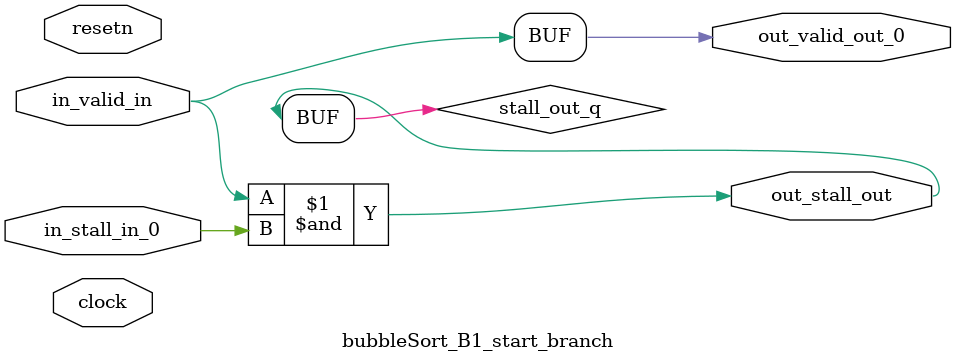
<source format=sv>



(* altera_attribute = "-name AUTO_SHIFT_REGISTER_RECOGNITION OFF; -name MESSAGE_DISABLE 10036; -name MESSAGE_DISABLE 10037; -name MESSAGE_DISABLE 14130; -name MESSAGE_DISABLE 14320; -name MESSAGE_DISABLE 15400; -name MESSAGE_DISABLE 14130; -name MESSAGE_DISABLE 10036; -name MESSAGE_DISABLE 12020; -name MESSAGE_DISABLE 12030; -name MESSAGE_DISABLE 12010; -name MESSAGE_DISABLE 12110; -name MESSAGE_DISABLE 14320; -name MESSAGE_DISABLE 13410; -name MESSAGE_DISABLE 113007; -name MESSAGE_DISABLE 10958" *)
module bubbleSort_B1_start_branch (
    input wire [0:0] in_stall_in_0,
    input wire [0:0] in_valid_in,
    output wire [0:0] out_stall_out,
    output wire [0:0] out_valid_out_0,
    input wire clock,
    input wire resetn
    );

    wire [0:0] stall_out_q;


    // stall_out(LOGICAL,6)
    assign stall_out_q = in_valid_in & in_stall_in_0;

    // out_stall_out(GPOUT,4)
    assign out_stall_out = stall_out_q;

    // out_valid_out_0(GPOUT,5)
    assign out_valid_out_0 = in_valid_in;

endmodule

</source>
